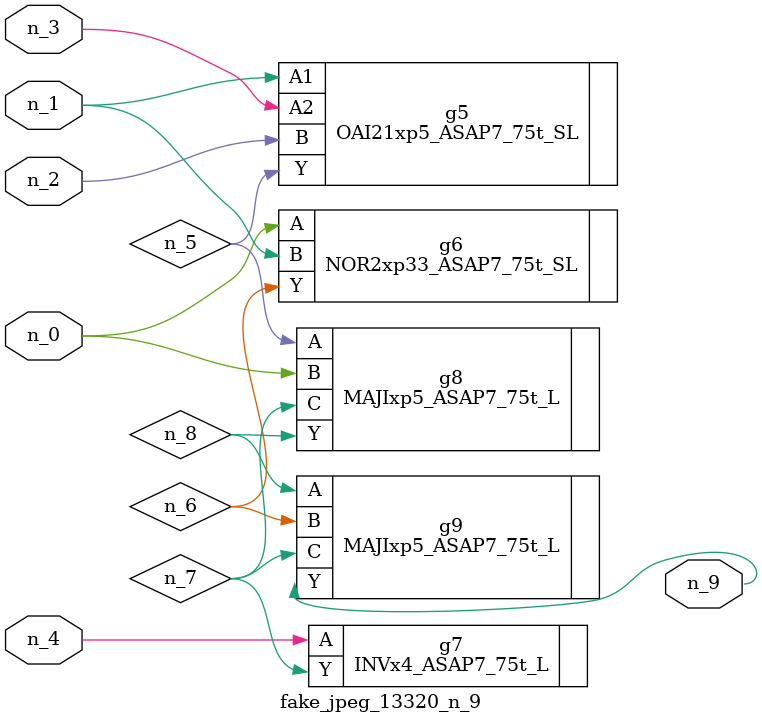
<source format=v>
module fake_jpeg_13320_n_9 (n_3, n_2, n_1, n_0, n_4, n_9);

input n_3;
input n_2;
input n_1;
input n_0;
input n_4;

output n_9;

wire n_8;
wire n_6;
wire n_5;
wire n_7;

OAI21xp5_ASAP7_75t_SL g5 ( 
.A1(n_1),
.A2(n_3),
.B(n_2),
.Y(n_5)
);

NOR2xp33_ASAP7_75t_SL g6 ( 
.A(n_0),
.B(n_1),
.Y(n_6)
);

INVx4_ASAP7_75t_L g7 ( 
.A(n_4),
.Y(n_7)
);

MAJIxp5_ASAP7_75t_L g8 ( 
.A(n_5),
.B(n_0),
.C(n_7),
.Y(n_8)
);

MAJIxp5_ASAP7_75t_L g9 ( 
.A(n_8),
.B(n_6),
.C(n_7),
.Y(n_9)
);


endmodule
</source>
